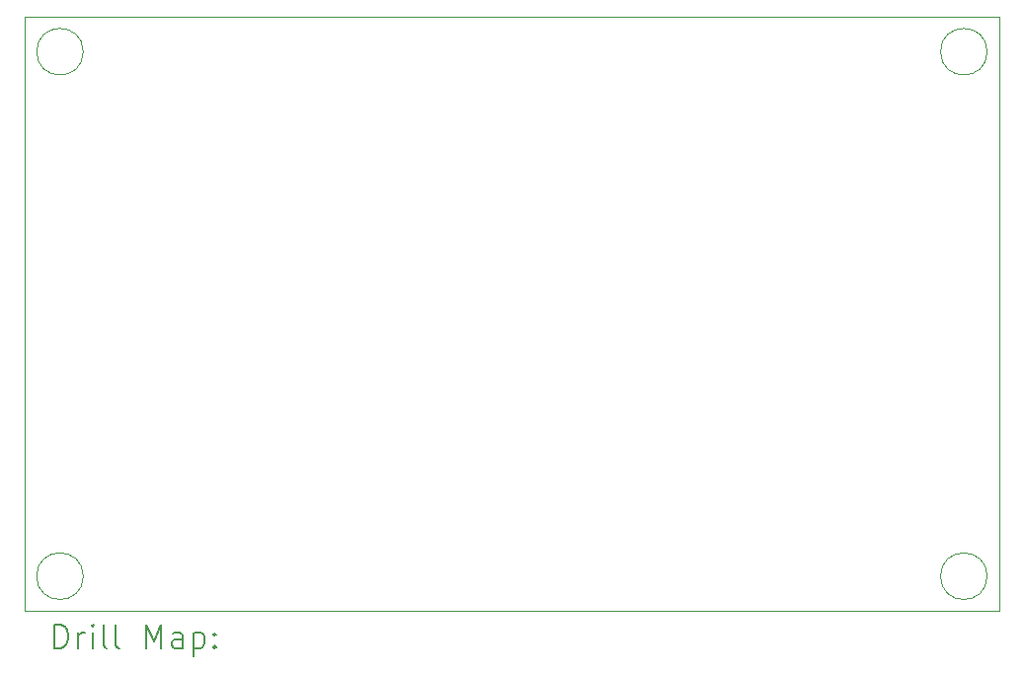
<source format=gbr>
%TF.GenerationSoftware,KiCad,Pcbnew,8.0.0*%
%TF.CreationDate,2024-03-19T09:41:08+03:00*%
%TF.ProjectId,germanium-amp,6765726d-616e-4697-956d-2d616d702e6b,rev?*%
%TF.SameCoordinates,Original*%
%TF.FileFunction,Drillmap*%
%TF.FilePolarity,Positive*%
%FSLAX45Y45*%
G04 Gerber Fmt 4.5, Leading zero omitted, Abs format (unit mm)*
G04 Created by KiCad (PCBNEW 8.0.0) date 2024-03-19 09:41:08*
%MOMM*%
%LPD*%
G01*
G04 APERTURE LIST*
%ADD10C,0.100000*%
%ADD11C,0.200000*%
G04 APERTURE END LIST*
D10*
X12050000Y-3300000D02*
X3700000Y-3300000D01*
X4200000Y-3600000D02*
G75*
G02*
X3800000Y-3600000I-200000J0D01*
G01*
X3800000Y-3600000D02*
G75*
G02*
X4200000Y-3600000I200000J0D01*
G01*
X12050000Y-8400000D02*
X12050000Y-3300000D01*
X11950000Y-8100000D02*
G75*
G02*
X11550000Y-8100000I-200000J0D01*
G01*
X11550000Y-8100000D02*
G75*
G02*
X11950000Y-8100000I200000J0D01*
G01*
X3700000Y-8400000D02*
X12050000Y-8400000D01*
X11950000Y-3600000D02*
G75*
G02*
X11550000Y-3600000I-200000J0D01*
G01*
X11550000Y-3600000D02*
G75*
G02*
X11950000Y-3600000I200000J0D01*
G01*
X4200000Y-8100000D02*
G75*
G02*
X3800000Y-8100000I-200000J0D01*
G01*
X3800000Y-8100000D02*
G75*
G02*
X4200000Y-8100000I200000J0D01*
G01*
X3700000Y-3300000D02*
X3700000Y-8400000D01*
D11*
X3955777Y-8716484D02*
X3955777Y-8516484D01*
X3955777Y-8516484D02*
X4003396Y-8516484D01*
X4003396Y-8516484D02*
X4031967Y-8526008D01*
X4031967Y-8526008D02*
X4051015Y-8545055D01*
X4051015Y-8545055D02*
X4060539Y-8564103D01*
X4060539Y-8564103D02*
X4070062Y-8602198D01*
X4070062Y-8602198D02*
X4070062Y-8630770D01*
X4070062Y-8630770D02*
X4060539Y-8668865D01*
X4060539Y-8668865D02*
X4051015Y-8687912D01*
X4051015Y-8687912D02*
X4031967Y-8706960D01*
X4031967Y-8706960D02*
X4003396Y-8716484D01*
X4003396Y-8716484D02*
X3955777Y-8716484D01*
X4155777Y-8716484D02*
X4155777Y-8583150D01*
X4155777Y-8621246D02*
X4165301Y-8602198D01*
X4165301Y-8602198D02*
X4174824Y-8592674D01*
X4174824Y-8592674D02*
X4193872Y-8583150D01*
X4193872Y-8583150D02*
X4212920Y-8583150D01*
X4279586Y-8716484D02*
X4279586Y-8583150D01*
X4279586Y-8516484D02*
X4270063Y-8526008D01*
X4270063Y-8526008D02*
X4279586Y-8535531D01*
X4279586Y-8535531D02*
X4289110Y-8526008D01*
X4289110Y-8526008D02*
X4279586Y-8516484D01*
X4279586Y-8516484D02*
X4279586Y-8535531D01*
X4403396Y-8716484D02*
X4384348Y-8706960D01*
X4384348Y-8706960D02*
X4374824Y-8687912D01*
X4374824Y-8687912D02*
X4374824Y-8516484D01*
X4508158Y-8716484D02*
X4489110Y-8706960D01*
X4489110Y-8706960D02*
X4479586Y-8687912D01*
X4479586Y-8687912D02*
X4479586Y-8516484D01*
X4736729Y-8716484D02*
X4736729Y-8516484D01*
X4736729Y-8516484D02*
X4803396Y-8659341D01*
X4803396Y-8659341D02*
X4870063Y-8516484D01*
X4870063Y-8516484D02*
X4870063Y-8716484D01*
X5051015Y-8716484D02*
X5051015Y-8611722D01*
X5051015Y-8611722D02*
X5041491Y-8592674D01*
X5041491Y-8592674D02*
X5022444Y-8583150D01*
X5022444Y-8583150D02*
X4984348Y-8583150D01*
X4984348Y-8583150D02*
X4965301Y-8592674D01*
X5051015Y-8706960D02*
X5031967Y-8716484D01*
X5031967Y-8716484D02*
X4984348Y-8716484D01*
X4984348Y-8716484D02*
X4965301Y-8706960D01*
X4965301Y-8706960D02*
X4955777Y-8687912D01*
X4955777Y-8687912D02*
X4955777Y-8668865D01*
X4955777Y-8668865D02*
X4965301Y-8649817D01*
X4965301Y-8649817D02*
X4984348Y-8640293D01*
X4984348Y-8640293D02*
X5031967Y-8640293D01*
X5031967Y-8640293D02*
X5051015Y-8630770D01*
X5146253Y-8583150D02*
X5146253Y-8783150D01*
X5146253Y-8592674D02*
X5165301Y-8583150D01*
X5165301Y-8583150D02*
X5203396Y-8583150D01*
X5203396Y-8583150D02*
X5222444Y-8592674D01*
X5222444Y-8592674D02*
X5231967Y-8602198D01*
X5231967Y-8602198D02*
X5241491Y-8621246D01*
X5241491Y-8621246D02*
X5241491Y-8678389D01*
X5241491Y-8678389D02*
X5231967Y-8697436D01*
X5231967Y-8697436D02*
X5222444Y-8706960D01*
X5222444Y-8706960D02*
X5203396Y-8716484D01*
X5203396Y-8716484D02*
X5165301Y-8716484D01*
X5165301Y-8716484D02*
X5146253Y-8706960D01*
X5327205Y-8697436D02*
X5336729Y-8706960D01*
X5336729Y-8706960D02*
X5327205Y-8716484D01*
X5327205Y-8716484D02*
X5317682Y-8706960D01*
X5317682Y-8706960D02*
X5327205Y-8697436D01*
X5327205Y-8697436D02*
X5327205Y-8716484D01*
X5327205Y-8592674D02*
X5336729Y-8602198D01*
X5336729Y-8602198D02*
X5327205Y-8611722D01*
X5327205Y-8611722D02*
X5317682Y-8602198D01*
X5317682Y-8602198D02*
X5327205Y-8592674D01*
X5327205Y-8592674D02*
X5327205Y-8611722D01*
M02*

</source>
